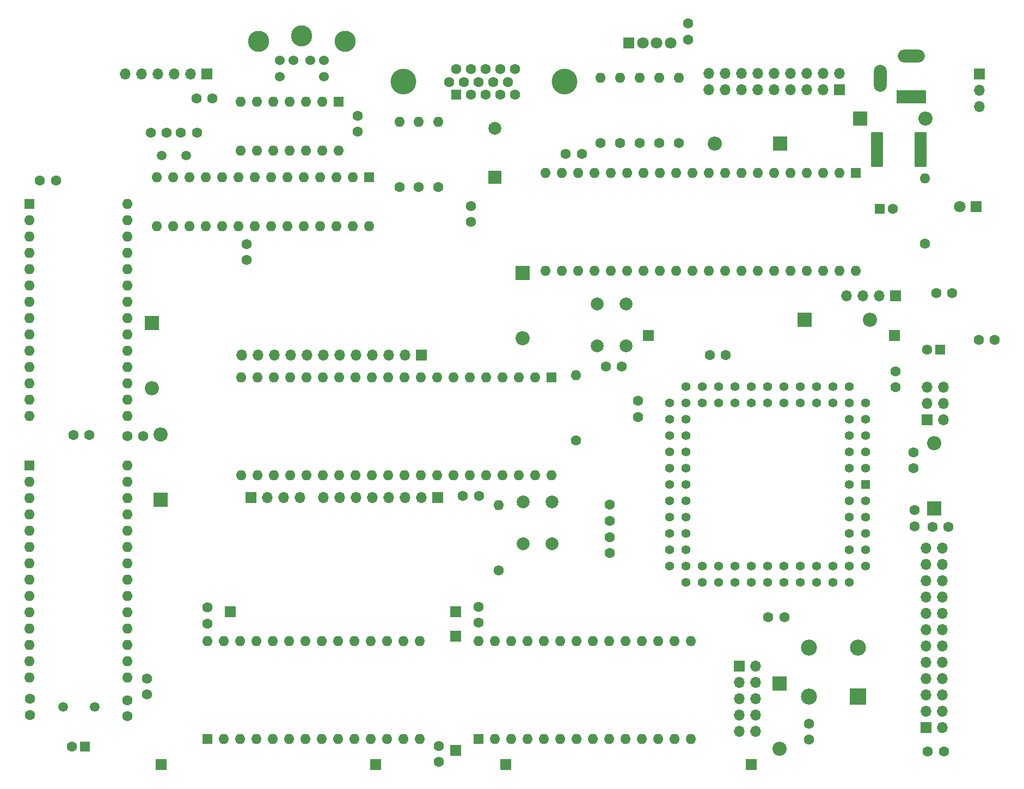
<source format=gts>
%TF.GenerationSoftware,KiCad,Pcbnew,8.0.6*%
%TF.CreationDate,2024-11-30T13:05:03+03:00*%
%TF.ProjectId,6502_v1,36353032-5f76-4312-9e6b-696361645f70,rev?*%
%TF.SameCoordinates,Original*%
%TF.FileFunction,Soldermask,Top*%
%TF.FilePolarity,Negative*%
%FSLAX46Y46*%
G04 Gerber Fmt 4.6, Leading zero omitted, Abs format (unit mm)*
G04 Created by KiCad (PCBNEW 8.0.6) date 2024-11-30 13:05:03*
%MOMM*%
%LPD*%
G01*
G04 APERTURE LIST*
G04 Aperture macros list*
%AMRoundRect*
0 Rectangle with rounded corners*
0 $1 Rounding radius*
0 $2 $3 $4 $5 $6 $7 $8 $9 X,Y pos of 4 corners*
0 Add a 4 corners polygon primitive as box body*
4,1,4,$2,$3,$4,$5,$6,$7,$8,$9,$2,$3,0*
0 Add four circle primitives for the rounded corners*
1,1,$1+$1,$2,$3*
1,1,$1+$1,$4,$5*
1,1,$1+$1,$6,$7*
1,1,$1+$1,$8,$9*
0 Add four rect primitives between the rounded corners*
20,1,$1+$1,$2,$3,$4,$5,0*
20,1,$1+$1,$4,$5,$6,$7,0*
20,1,$1+$1,$6,$7,$8,$9,0*
20,1,$1+$1,$8,$9,$2,$3,0*%
G04 Aperture macros list end*
%ADD10R,1.600000X1.600000*%
%ADD11C,1.600000*%
%ADD12C,1.524000*%
%ADD13C,3.300000*%
%ADD14R,1.422400X1.422400*%
%ADD15C,1.422400*%
%ADD16R,1.700000X1.700000*%
%ADD17O,1.700000X1.700000*%
%ADD18C,4.000000*%
%ADD19O,1.600000X1.600000*%
%ADD20R,2.200000X2.200000*%
%ADD21O,2.200000X2.200000*%
%ADD22R,1.800000X1.800000*%
%ADD23C,1.800000*%
%ADD24RoundRect,0.250000X-0.712500X-2.475000X0.712500X-2.475000X0.712500X2.475000X-0.712500X2.475000X0*%
%ADD25C,1.500000*%
%ADD26R,4.600000X2.000000*%
%ADD27O,4.200000X2.000000*%
%ADD28O,2.000000X4.200000*%
%ADD29C,2.000000*%
%ADD30R,2.000000X2.000000*%
%ADD31R,2.500000X2.500000*%
%ADD32C,2.500000*%
G04 APERTURE END LIST*
D10*
%TO.C,C33*%
X209650198Y-65878000D03*
D11*
X211650198Y-65878000D03*
%TD*%
D12*
%TO.C,J10*%
X118450000Y-42800000D03*
X121050000Y-42800000D03*
X116350000Y-42800000D03*
X123150000Y-42800000D03*
X116350000Y-45300000D03*
X123150000Y-45300000D03*
D13*
X113000000Y-39800000D03*
X119750000Y-39000000D03*
X126500000Y-39800000D03*
%TD*%
D14*
%TO.C,CPLD*%
X207450198Y-108846000D03*
D15*
X204910198Y-108846000D03*
X207450198Y-106306000D03*
X204910198Y-106306000D03*
X207450198Y-103766000D03*
X204910198Y-103766000D03*
X207450198Y-101226000D03*
X204910198Y-101226000D03*
X207450198Y-98686000D03*
X204910198Y-98686000D03*
X207450198Y-96146000D03*
X204910198Y-93606000D03*
X204910198Y-96146000D03*
X202370198Y-93606000D03*
X202370198Y-96146000D03*
X199830198Y-93606000D03*
X199830198Y-96146000D03*
X197290198Y-93606000D03*
X197290198Y-96146000D03*
X194750198Y-93606000D03*
X194750198Y-96146000D03*
X192210198Y-93606000D03*
X192210198Y-96146000D03*
X189670198Y-93606000D03*
X189670198Y-96146000D03*
X187130198Y-93606000D03*
X187130198Y-96146000D03*
X184590198Y-93606000D03*
X184590198Y-96146000D03*
X182050198Y-93606000D03*
X182050198Y-96146000D03*
X179510198Y-93606000D03*
X176970198Y-96146000D03*
X179510198Y-96146000D03*
X176970198Y-98686000D03*
X179510198Y-98686000D03*
X176970198Y-101226000D03*
X179510198Y-101226000D03*
X176970198Y-103766000D03*
X179510198Y-103766000D03*
X176970198Y-106306000D03*
X179510198Y-106306000D03*
X176970198Y-108846000D03*
X179510198Y-108846000D03*
X176970198Y-111386000D03*
X179510198Y-111386000D03*
X176970198Y-113926000D03*
X179510198Y-113926000D03*
X176970198Y-116466000D03*
X179510198Y-116466000D03*
X176970198Y-119006000D03*
X179510198Y-119006000D03*
X176970198Y-121546000D03*
X179510198Y-124086000D03*
X179510198Y-121546000D03*
X182050198Y-124086000D03*
X182050198Y-121546000D03*
X184590198Y-124086000D03*
X184590198Y-121546000D03*
X187130198Y-124086000D03*
X187130198Y-121546000D03*
X189670198Y-124086000D03*
X189670198Y-121546000D03*
X192210198Y-124086000D03*
X192210198Y-121546000D03*
X194750198Y-124086000D03*
X194750198Y-121546000D03*
X197290198Y-124086000D03*
X197290198Y-121546000D03*
X199830198Y-124086000D03*
X199830198Y-121546000D03*
X202370198Y-124086000D03*
X202370198Y-121546000D03*
X204910198Y-124086000D03*
X207450198Y-121546000D03*
X204910198Y-121546000D03*
X207450198Y-119006000D03*
X204910198Y-119006000D03*
X207450198Y-116466000D03*
X204910198Y-116466000D03*
X207450198Y-113926000D03*
X204910198Y-113926000D03*
X207450198Y-111386000D03*
X204910198Y-111386000D03*
%TD*%
D16*
%TO.C,J5*%
X138362198Y-88729200D03*
D17*
X135822198Y-88729200D03*
X133282198Y-88729200D03*
X130742198Y-88729200D03*
X128202198Y-88729200D03*
X125662198Y-88729200D03*
X123122198Y-88729200D03*
X120582198Y-88729200D03*
X118042198Y-88729200D03*
X115502198Y-88729200D03*
X112962198Y-88729200D03*
X110422198Y-88729200D03*
%TD*%
D16*
%TO.C,J15*%
X211950198Y-85678000D03*
%TD*%
D18*
%TO.C,J1*%
X160579998Y-46078000D03*
X135579998Y-46078000D03*
D10*
X143764998Y-48128000D03*
D11*
X146054998Y-48128000D03*
X148344998Y-48128000D03*
X150634998Y-48128000D03*
X152924998Y-48128000D03*
X142619998Y-46148000D03*
X144909998Y-46148000D03*
X147199998Y-46148000D03*
X149489998Y-46148000D03*
X151779998Y-46148000D03*
X143764998Y-44168000D03*
X146054998Y-44168000D03*
X148344998Y-44168000D03*
X150634998Y-44168000D03*
X152924998Y-44168000D03*
%TD*%
%TO.C,R4*%
X134950198Y-62538000D03*
D19*
X134950198Y-52378000D03*
%TD*%
D11*
%TO.C,C14*%
X84200198Y-101178000D03*
X86700198Y-101178000D03*
%TD*%
D16*
%TO.C,J19*%
X189650198Y-152478000D03*
%TD*%
D20*
%TO.C,D2*%
X97800198Y-111208000D03*
D21*
X97800198Y-101048000D03*
%TD*%
D22*
%TO.C,D7*%
X170594798Y-40078000D03*
D23*
X172753798Y-40078000D03*
X174912798Y-40078000D03*
X177071798Y-40078000D03*
%TD*%
D16*
%TO.C,J23*%
X108650198Y-128678000D03*
%TD*%
D24*
%TO.C,F1*%
X209162698Y-56678000D03*
X215937698Y-56678000D03*
%TD*%
D11*
%TO.C,C13*%
X146000000Y-65450000D03*
X146000000Y-67950000D03*
%TD*%
D10*
%TO.C,C34*%
X219005311Y-87878000D03*
D11*
X217005311Y-87878000D03*
%TD*%
%TO.C,C24*%
X219600198Y-150378000D03*
X217100198Y-150378000D03*
%TD*%
%TO.C,C29*%
X169500198Y-90478000D03*
X167000198Y-90478000D03*
%TD*%
%TO.C,C25*%
X218400198Y-79078000D03*
X220900198Y-79078000D03*
%TD*%
D16*
%TO.C,J28*%
X143650198Y-128678000D03*
%TD*%
D11*
%TO.C,C9*%
X81500198Y-61478000D03*
X79000198Y-61478000D03*
%TD*%
D16*
%TO.C,J9*%
X217025198Y-98803000D03*
D17*
X219565198Y-98803000D03*
X217025198Y-96263000D03*
X219565198Y-96263000D03*
X217025198Y-93723000D03*
X219565198Y-93723000D03*
%TD*%
D11*
%TO.C,R26*%
X169248598Y-55658400D03*
D19*
X169248598Y-45498400D03*
%TD*%
D11*
%TO.C,C7*%
X185700198Y-88678000D03*
X183200198Y-88678000D03*
%TD*%
D16*
%TO.C,J3*%
X140847991Y-110896022D03*
D17*
X138307991Y-110896022D03*
X135767991Y-110896022D03*
X133227991Y-110896022D03*
X130687991Y-110896022D03*
X128147991Y-110896022D03*
X125607991Y-110896022D03*
X123067991Y-110896022D03*
%TD*%
D16*
%TO.C,J8*%
X216825198Y-146678000D03*
D17*
X219365198Y-146678000D03*
X216825198Y-144138000D03*
X219365198Y-144138000D03*
X216825198Y-141598000D03*
X219365198Y-141598000D03*
X216825198Y-139058000D03*
X219365198Y-139058000D03*
X216825198Y-136518000D03*
X219365198Y-136518000D03*
X216825198Y-133978000D03*
X219365198Y-133978000D03*
X216825198Y-131438000D03*
X219365198Y-131438000D03*
X216825198Y-128898000D03*
X219365198Y-128898000D03*
X216825198Y-126358000D03*
X219365198Y-126358000D03*
X216825198Y-123818000D03*
X219365198Y-123818000D03*
X216825198Y-121278000D03*
X219365198Y-121278000D03*
X216825198Y-118738000D03*
X219365198Y-118738000D03*
%TD*%
D11*
%TO.C,C26*%
X194798000Y-129540000D03*
X192298000Y-129540000D03*
%TD*%
%TO.C,C31*%
X96250198Y-54078000D03*
X98750198Y-54078000D03*
%TD*%
%TO.C,R3*%
X166175198Y-55633000D03*
D19*
X166175198Y-45473000D03*
%TD*%
D20*
%TO.C,D6*%
X206570198Y-51878000D03*
D21*
X216730198Y-51878000D03*
%TD*%
D11*
%TO.C,C12*%
X167650198Y-111978000D03*
X167650198Y-114478000D03*
%TD*%
D20*
%TO.C,D5*%
X194130198Y-55778000D03*
D21*
X183970198Y-55778000D03*
%TD*%
D25*
%TO.C,Y2*%
X97950198Y-57578000D03*
X101750198Y-57578000D03*
%TD*%
D16*
%TO.C,JTAG*%
X187800198Y-137088000D03*
D17*
X190340198Y-137088000D03*
X187800198Y-139628000D03*
X190340198Y-139628000D03*
X187800198Y-142168000D03*
X190340198Y-142168000D03*
X187800198Y-144708000D03*
X190340198Y-144708000D03*
X187800198Y-147248000D03*
X190340198Y-147248000D03*
%TD*%
D26*
%TO.C,J2*%
X214518000Y-48464000D03*
D27*
X214518000Y-42164000D03*
D28*
X209718000Y-45564000D03*
%TD*%
D29*
%TO.C,RESET*%
X158696998Y-111539600D03*
X158696998Y-118039600D03*
X154196998Y-111539600D03*
X154196998Y-118039600D03*
%TD*%
D16*
%TO.C,J18*%
X131250198Y-152478000D03*
%TD*%
D11*
%TO.C,C30*%
X103450198Y-54078000D03*
X100950198Y-54078000D03*
%TD*%
D16*
%TO.C,J7*%
X203386198Y-47364200D03*
D17*
X203386198Y-44824200D03*
X200846198Y-47364200D03*
X200846198Y-44824200D03*
X198306198Y-47364200D03*
X198306198Y-44824200D03*
X195766198Y-47364200D03*
X195766198Y-44824200D03*
X193226198Y-47364200D03*
X193226198Y-44824200D03*
X190686198Y-47364200D03*
X190686198Y-44824200D03*
X188146198Y-47364200D03*
X188146198Y-44824200D03*
X185606198Y-47364200D03*
X185606198Y-44824200D03*
X183066198Y-47364200D03*
X183066198Y-44824200D03*
%TD*%
D11*
%TO.C,C11*%
X172050198Y-98328000D03*
X172050198Y-95828000D03*
%TD*%
D16*
%TO.C,J22*%
X173650198Y-85678000D03*
%TD*%
D10*
%TO.C,U4*%
X125475198Y-49278000D03*
D19*
X122935198Y-49278000D03*
X120395198Y-49278000D03*
X117855198Y-49278000D03*
X115315198Y-49278000D03*
X112775198Y-49278000D03*
X110235198Y-49278000D03*
X110235198Y-56898000D03*
X112775198Y-56898000D03*
X115315198Y-56898000D03*
X117855198Y-56898000D03*
X120395198Y-56898000D03*
X122935198Y-56898000D03*
X125475198Y-56898000D03*
%TD*%
D30*
%TO.C,BZ1*%
X149750198Y-60978000D03*
D29*
X149750198Y-53378000D03*
%TD*%
D20*
%TO.C,D9*%
X218050198Y-112558000D03*
D21*
X218050198Y-102398000D03*
%TD*%
D11*
%TO.C,C2*%
X217800198Y-115478000D03*
X220300198Y-115478000D03*
%TD*%
%TO.C,C6*%
X160800198Y-57378000D03*
X163300198Y-57378000D03*
%TD*%
D25*
%TO.C,Y3*%
X82600198Y-143478000D03*
X87500198Y-143478000D03*
%TD*%
D20*
%TO.C,D8*%
X197970198Y-83178000D03*
D21*
X208130198Y-83178000D03*
%TD*%
D10*
%TO.C,ROM*%
X105073198Y-148475000D03*
D19*
X107613198Y-148475000D03*
X110153198Y-148475000D03*
X112693198Y-148475000D03*
X115233198Y-148475000D03*
X117773198Y-148475000D03*
X120313198Y-148475000D03*
X122853198Y-148475000D03*
X125393198Y-148475000D03*
X127933198Y-148475000D03*
X130473198Y-148475000D03*
X133013198Y-148475000D03*
X135553198Y-148475000D03*
X138093198Y-148475000D03*
X138093198Y-133235000D03*
X135553198Y-133235000D03*
X133013198Y-133235000D03*
X130473198Y-133235000D03*
X127933198Y-133235000D03*
X125393198Y-133235000D03*
X122853198Y-133235000D03*
X120313198Y-133235000D03*
X117773198Y-133235000D03*
X115233198Y-133235000D03*
X112693198Y-133235000D03*
X110153198Y-133235000D03*
X107613198Y-133235000D03*
X105073198Y-133235000D03*
%TD*%
D11*
%TO.C,C2*%
X111150198Y-71378000D03*
X111150198Y-73878000D03*
%TD*%
%TO.C,C18*%
X215050198Y-115328000D03*
X215050198Y-112828000D03*
%TD*%
%TO.C,C20*%
X198628000Y-146070000D03*
X198628000Y-148570000D03*
%TD*%
D20*
%TO.C,D3*%
X96450198Y-83678000D03*
D21*
X96450198Y-93838000D03*
%TD*%
D11*
%TO.C,C1*%
X147252198Y-130365200D03*
X147252198Y-127865200D03*
%TD*%
D16*
%TO.C,J24*%
X151450198Y-152478000D03*
%TD*%
D10*
%TO.C,ACIA1*%
X77397198Y-105918000D03*
D19*
X77397198Y-108458000D03*
X77397198Y-110998000D03*
X77397198Y-113538000D03*
X77397198Y-116078000D03*
X77397198Y-118618000D03*
X77397198Y-121158000D03*
X77397198Y-123698000D03*
X77397198Y-126238000D03*
X77397198Y-128778000D03*
X77397198Y-131318000D03*
X77397198Y-133858000D03*
X77397198Y-136398000D03*
X77397198Y-138938000D03*
X92637198Y-138938000D03*
X92637198Y-136398000D03*
X92637198Y-133858000D03*
X92637198Y-131318000D03*
X92637198Y-128778000D03*
X92637198Y-126238000D03*
X92637198Y-123698000D03*
X92637198Y-121158000D03*
X92637198Y-118618000D03*
X92637198Y-116078000D03*
X92637198Y-113538000D03*
X92637198Y-110998000D03*
X92637198Y-108458000D03*
X92637198Y-105918000D03*
%TD*%
D11*
%TO.C,C22*%
X103350000Y-48700000D03*
X105850000Y-48700000D03*
%TD*%
D10*
%TO.C,U1*%
X130170198Y-60978000D03*
D19*
X127630198Y-60978000D03*
X125090198Y-60978000D03*
X122550198Y-60978000D03*
X120010198Y-60978000D03*
X117470198Y-60978000D03*
X114930198Y-60978000D03*
X112390198Y-60978000D03*
X109850198Y-60978000D03*
X107310198Y-60978000D03*
X104770198Y-60978000D03*
X102230198Y-60978000D03*
X99690198Y-60978000D03*
X97150198Y-60978000D03*
X97150198Y-68598000D03*
X99690198Y-68598000D03*
X102230198Y-68598000D03*
X104770198Y-68598000D03*
X107310198Y-68598000D03*
X109850198Y-68598000D03*
X112390198Y-68598000D03*
X114930198Y-68598000D03*
X117470198Y-68598000D03*
X120010198Y-68598000D03*
X122550198Y-68598000D03*
X125090198Y-68598000D03*
X127630198Y-68598000D03*
X130170198Y-68598000D03*
%TD*%
D11*
%TO.C,C28*%
X212050198Y-91228000D03*
X212050198Y-93728000D03*
%TD*%
D10*
%TO.C,RAM*%
X147237198Y-148475000D03*
D19*
X149777198Y-148475000D03*
X152317198Y-148475000D03*
X154857198Y-148475000D03*
X157397198Y-148475000D03*
X159937198Y-148475000D03*
X162477198Y-148475000D03*
X165017198Y-148475000D03*
X167557198Y-148475000D03*
X170097198Y-148475000D03*
X172637198Y-148475000D03*
X175177198Y-148475000D03*
X177717198Y-148475000D03*
X180257198Y-148475000D03*
X180257198Y-133235000D03*
X177717198Y-133235000D03*
X175177198Y-133235000D03*
X172637198Y-133235000D03*
X170097198Y-133235000D03*
X167557198Y-133235000D03*
X165017198Y-133235000D03*
X162477198Y-133235000D03*
X159937198Y-133235000D03*
X157397198Y-133235000D03*
X154857198Y-133235000D03*
X152317198Y-133235000D03*
X149777198Y-133235000D03*
X147237198Y-133235000D03*
%TD*%
D22*
%TO.C,Power*%
X224625198Y-65578000D03*
D23*
X222085198Y-65578000D03*
%TD*%
D11*
%TO.C,C17*%
X92650198Y-142428000D03*
X92650198Y-144928000D03*
%TD*%
D31*
%TO.C,CRYSTAL*%
X206270198Y-141898000D03*
D32*
X206270198Y-134278000D03*
X198650198Y-134278000D03*
X198650198Y-141898000D03*
%TD*%
D11*
%TO.C,C15*%
X95650198Y-139028000D03*
X95650198Y-141528000D03*
%TD*%
D16*
%TO.C,J4*%
X225139231Y-44938070D03*
D17*
X225139231Y-47478070D03*
X225139231Y-50018070D03*
%TD*%
D11*
%TO.C,C27*%
X214850198Y-106328000D03*
X214850198Y-103828000D03*
%TD*%
%TO.C,C10*%
X167650198Y-119528000D03*
X167650198Y-117028000D03*
%TD*%
%TO.C,C19*%
X77450198Y-142228000D03*
X77450198Y-144728000D03*
%TD*%
%TO.C,R23*%
X175352998Y-55658400D03*
D19*
X175352998Y-45498400D03*
%TD*%
D11*
%TO.C,C8*%
X105037398Y-130517600D03*
X105037398Y-128017600D03*
%TD*%
%TO.C,R22*%
X178392598Y-55658400D03*
D19*
X178392598Y-45498400D03*
%TD*%
D10*
%TO.C,CPU*%
X158593198Y-92155000D03*
D19*
X156053198Y-92155000D03*
X153513198Y-92155000D03*
X150973198Y-92155000D03*
X148433198Y-92155000D03*
X145893198Y-92155000D03*
X143353198Y-92155000D03*
X140813198Y-92155000D03*
X138273198Y-92155000D03*
X135733198Y-92155000D03*
X133193198Y-92155000D03*
X130653198Y-92155000D03*
X128113198Y-92155000D03*
X125573198Y-92155000D03*
X123033198Y-92155000D03*
X120493198Y-92155000D03*
X117953198Y-92155000D03*
X115413198Y-92155000D03*
X112873198Y-92155000D03*
X110333198Y-92155000D03*
X110333198Y-107395000D03*
X112873198Y-107395000D03*
X115413198Y-107395000D03*
X117953198Y-107395000D03*
X120493198Y-107395000D03*
X123033198Y-107395000D03*
X125573198Y-107395000D03*
X128113198Y-107395000D03*
X130653198Y-107395000D03*
X133193198Y-107395000D03*
X135733198Y-107395000D03*
X138273198Y-107395000D03*
X140813198Y-107395000D03*
X143353198Y-107395000D03*
X145893198Y-107395000D03*
X148433198Y-107395000D03*
X150973198Y-107395000D03*
X153513198Y-107395000D03*
X156053198Y-107395000D03*
X158593198Y-107395000D03*
%TD*%
D11*
%TO.C,C3*%
X92611398Y-101276800D03*
X95111398Y-101276800D03*
%TD*%
D16*
%TO.C,J20*%
X143650198Y-150278000D03*
%TD*%
D11*
%TO.C,R1*%
X216650198Y-71358000D03*
D19*
X216650198Y-61198000D03*
%TD*%
D11*
%TO.C,C4*%
X147300198Y-110628000D03*
X144800198Y-110628000D03*
%TD*%
D16*
%TO.C,J17*%
X143650198Y-132478000D03*
%TD*%
%TO.C,J12*%
X212050198Y-79478000D03*
D17*
X209510198Y-79478000D03*
X206970198Y-79478000D03*
X204430198Y-79478000D03*
%TD*%
D11*
%TO.C,C16*%
X128450198Y-53928000D03*
X128450198Y-51428000D03*
%TD*%
%TO.C,R13*%
X162365198Y-101988000D03*
D19*
X162365198Y-91828000D03*
%TD*%
D11*
%TO.C,R5*%
X140950198Y-62558000D03*
D19*
X140950198Y-52398000D03*
%TD*%
D16*
%TO.C,J26*%
X104975198Y-44878000D03*
D17*
X102435198Y-44878000D03*
X99895198Y-44878000D03*
X97355198Y-44878000D03*
X94815198Y-44878000D03*
X92275198Y-44878000D03*
%TD*%
D11*
%TO.C,R6*%
X137950198Y-62558000D03*
D19*
X137950198Y-52398000D03*
%TD*%
D16*
%TO.C,J21*%
X97850198Y-152478000D03*
%TD*%
D11*
%TO.C,R2*%
X150350198Y-122178000D03*
D19*
X150350198Y-112018000D03*
%TD*%
D16*
%TO.C,J13*%
X111866002Y-110889515D03*
D17*
X114406002Y-110889515D03*
X116946002Y-110889515D03*
X119486002Y-110889515D03*
%TD*%
D10*
%TO.C,C32*%
X86005311Y-149678000D03*
D11*
X84005311Y-149678000D03*
%TD*%
D10*
%TO.C,U7*%
X77397198Y-65158000D03*
D19*
X77397198Y-67698000D03*
X77397198Y-70238000D03*
X77397198Y-72778000D03*
X77397198Y-75318000D03*
X77397198Y-77858000D03*
X77397198Y-80398000D03*
X77397198Y-82938000D03*
X77397198Y-85478000D03*
X77397198Y-88018000D03*
X77397198Y-90558000D03*
X77397198Y-93098000D03*
X77397198Y-95638000D03*
X77397198Y-98178000D03*
X92637198Y-98178000D03*
X92637198Y-95638000D03*
X92637198Y-93098000D03*
X92637198Y-90558000D03*
X92637198Y-88018000D03*
X92637198Y-85478000D03*
X92637198Y-82938000D03*
X92637198Y-80398000D03*
X92637198Y-77858000D03*
X92637198Y-75318000D03*
X92637198Y-72778000D03*
X92637198Y-70238000D03*
X92637198Y-67698000D03*
X92637198Y-65158000D03*
%TD*%
D10*
%TO.C,U5*%
X205926198Y-60332000D03*
D19*
X203386198Y-60332000D03*
X200846198Y-60332000D03*
X198306198Y-60332000D03*
X195766198Y-60332000D03*
X193226198Y-60332000D03*
X190686198Y-60332000D03*
X188146198Y-60332000D03*
X185606198Y-60332000D03*
X183066198Y-60332000D03*
X180526198Y-60332000D03*
X177986198Y-60332000D03*
X175446198Y-60332000D03*
X172906198Y-60332000D03*
X170366198Y-60332000D03*
X167826198Y-60332000D03*
X165286198Y-60332000D03*
X162746198Y-60332000D03*
X160206198Y-60332000D03*
X157666198Y-60332000D03*
X157666198Y-75572000D03*
X160206198Y-75572000D03*
X162746198Y-75572000D03*
X165286198Y-75572000D03*
X167826198Y-75572000D03*
X170366198Y-75572000D03*
X172906198Y-75572000D03*
X175446198Y-75572000D03*
X177986198Y-75572000D03*
X180526198Y-75572000D03*
X183066198Y-75572000D03*
X185606198Y-75572000D03*
X188146198Y-75572000D03*
X190686198Y-75572000D03*
X193226198Y-75572000D03*
X195766198Y-75572000D03*
X198306198Y-75572000D03*
X200846198Y-75572000D03*
X203386198Y-75572000D03*
X205926198Y-75572000D03*
%TD*%
D11*
%TO.C,C23*%
X225000198Y-86278000D03*
X227500198Y-86278000D03*
%TD*%
%TO.C,C5*%
X179850198Y-39578000D03*
X179850198Y-37078000D03*
%TD*%
%TO.C,R24*%
X172296598Y-55658400D03*
D19*
X172296598Y-45498400D03*
%TD*%
D29*
%TO.C,SW2*%
X165700198Y-87228000D03*
X165700198Y-80728000D03*
X170200198Y-87228000D03*
X170200198Y-80728000D03*
%TD*%
D20*
%TO.C,D11*%
X194050198Y-139798000D03*
D21*
X194050198Y-149958000D03*
%TD*%
D20*
%TO.C,D4*%
X154050198Y-75920000D03*
D21*
X154050198Y-86080000D03*
%TD*%
D11*
%TO.C,C21*%
X141050198Y-152028000D03*
X141050198Y-149528000D03*
%TD*%
M02*

</source>
